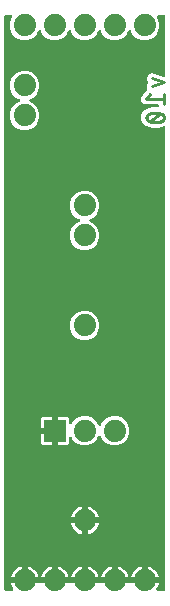
<source format=gbl>
G04 EAGLE Gerber RS-274X export*
G75*
%MOMM*%
%FSLAX34Y34*%
%LPD*%
%INBottom Copper*%
%IPPOS*%
%AMOC8*
5,1,8,0,0,1.08239X$1,22.5*%
G01*
%ADD10C,0.279400*%
%ADD11C,1.879600*%
%ADD12R,1.879600X1.879600*%
%ADD13C,0.736600*%

G36*
X10655Y4070D02*
X10655Y4070D01*
X10695Y4067D01*
X10813Y4090D01*
X10931Y4105D01*
X10968Y4119D01*
X11007Y4127D01*
X11116Y4178D01*
X11227Y4222D01*
X11259Y4245D01*
X11295Y4262D01*
X11387Y4338D01*
X11484Y4408D01*
X11510Y4439D01*
X11540Y4464D01*
X11611Y4561D01*
X11687Y4653D01*
X11704Y4689D01*
X11728Y4722D01*
X11772Y4833D01*
X11823Y4941D01*
X11830Y4980D01*
X11845Y5017D01*
X11860Y5136D01*
X11882Y5253D01*
X11880Y5293D01*
X11885Y5333D01*
X11870Y5452D01*
X11863Y5571D01*
X11850Y5609D01*
X11845Y5648D01*
X11802Y5760D01*
X11765Y5873D01*
X11743Y5907D01*
X11729Y5944D01*
X11643Y6080D01*
X11379Y6443D01*
X10526Y8117D01*
X9945Y9904D01*
X9905Y10161D01*
X20320Y10161D01*
X20438Y10176D01*
X20557Y10183D01*
X20595Y10196D01*
X20635Y10201D01*
X20746Y10244D01*
X20859Y10281D01*
X20893Y10303D01*
X20931Y10318D01*
X21027Y10388D01*
X21128Y10451D01*
X21156Y10481D01*
X21188Y10504D01*
X21264Y10596D01*
X21346Y10683D01*
X21365Y10718D01*
X21391Y10749D01*
X21442Y10857D01*
X21499Y10961D01*
X21510Y11001D01*
X21527Y11037D01*
X21549Y11154D01*
X21579Y11269D01*
X21583Y11330D01*
X21587Y11350D01*
X21585Y11370D01*
X21589Y11430D01*
X21589Y12701D01*
X21591Y12701D01*
X21591Y11430D01*
X21606Y11312D01*
X21613Y11193D01*
X21626Y11155D01*
X21631Y11114D01*
X21675Y11004D01*
X21711Y10891D01*
X21733Y10856D01*
X21748Y10819D01*
X21818Y10723D01*
X21881Y10622D01*
X21911Y10594D01*
X21935Y10561D01*
X22026Y10486D01*
X22113Y10404D01*
X22148Y10384D01*
X22180Y10359D01*
X22287Y10308D01*
X22392Y10250D01*
X22431Y10240D01*
X22467Y10223D01*
X22584Y10201D01*
X22699Y10171D01*
X22760Y10167D01*
X22780Y10163D01*
X22800Y10165D01*
X22860Y10161D01*
X45720Y10161D01*
X45838Y10176D01*
X45957Y10183D01*
X45995Y10196D01*
X46035Y10201D01*
X46146Y10244D01*
X46259Y10281D01*
X46293Y10303D01*
X46331Y10318D01*
X46427Y10388D01*
X46528Y10451D01*
X46556Y10481D01*
X46588Y10504D01*
X46664Y10596D01*
X46746Y10683D01*
X46765Y10718D01*
X46791Y10749D01*
X46842Y10857D01*
X46899Y10961D01*
X46910Y11001D01*
X46927Y11037D01*
X46949Y11154D01*
X46979Y11269D01*
X46983Y11330D01*
X46987Y11350D01*
X46985Y11370D01*
X46989Y11430D01*
X46989Y12701D01*
X46991Y12701D01*
X46991Y11430D01*
X47006Y11312D01*
X47013Y11193D01*
X47026Y11155D01*
X47031Y11114D01*
X47075Y11004D01*
X47111Y10891D01*
X47133Y10856D01*
X47148Y10819D01*
X47218Y10723D01*
X47281Y10622D01*
X47311Y10594D01*
X47335Y10561D01*
X47426Y10486D01*
X47513Y10404D01*
X47548Y10384D01*
X47580Y10359D01*
X47687Y10308D01*
X47792Y10250D01*
X47831Y10240D01*
X47867Y10223D01*
X47984Y10201D01*
X48099Y10171D01*
X48160Y10167D01*
X48180Y10163D01*
X48200Y10165D01*
X48260Y10161D01*
X71120Y10161D01*
X71238Y10176D01*
X71357Y10183D01*
X71395Y10196D01*
X71435Y10201D01*
X71546Y10244D01*
X71659Y10281D01*
X71693Y10303D01*
X71731Y10318D01*
X71827Y10388D01*
X71928Y10451D01*
X71956Y10481D01*
X71988Y10504D01*
X72064Y10596D01*
X72146Y10683D01*
X72165Y10718D01*
X72191Y10749D01*
X72242Y10857D01*
X72299Y10961D01*
X72310Y11001D01*
X72327Y11037D01*
X72349Y11154D01*
X72379Y11269D01*
X72383Y11330D01*
X72387Y11350D01*
X72385Y11370D01*
X72389Y11430D01*
X72389Y12701D01*
X72391Y12701D01*
X72391Y11430D01*
X72406Y11312D01*
X72413Y11193D01*
X72426Y11155D01*
X72431Y11114D01*
X72475Y11004D01*
X72511Y10891D01*
X72533Y10856D01*
X72548Y10819D01*
X72618Y10723D01*
X72681Y10622D01*
X72711Y10594D01*
X72735Y10561D01*
X72826Y10486D01*
X72913Y10404D01*
X72948Y10384D01*
X72980Y10359D01*
X73087Y10308D01*
X73192Y10250D01*
X73231Y10240D01*
X73267Y10223D01*
X73384Y10201D01*
X73499Y10171D01*
X73560Y10167D01*
X73580Y10163D01*
X73600Y10165D01*
X73660Y10161D01*
X96520Y10161D01*
X96638Y10176D01*
X96757Y10183D01*
X96795Y10196D01*
X96835Y10201D01*
X96946Y10244D01*
X97059Y10281D01*
X97093Y10303D01*
X97131Y10318D01*
X97227Y10388D01*
X97328Y10451D01*
X97356Y10481D01*
X97388Y10504D01*
X97464Y10596D01*
X97546Y10683D01*
X97565Y10718D01*
X97591Y10749D01*
X97642Y10857D01*
X97699Y10961D01*
X97710Y11001D01*
X97727Y11037D01*
X97749Y11154D01*
X97779Y11269D01*
X97783Y11330D01*
X97787Y11350D01*
X97785Y11370D01*
X97789Y11430D01*
X97789Y12701D01*
X97791Y12701D01*
X97791Y11430D01*
X97806Y11312D01*
X97813Y11193D01*
X97826Y11155D01*
X97831Y11114D01*
X97875Y11004D01*
X97911Y10891D01*
X97933Y10856D01*
X97948Y10819D01*
X98018Y10723D01*
X98081Y10622D01*
X98111Y10594D01*
X98135Y10561D01*
X98226Y10486D01*
X98313Y10404D01*
X98348Y10384D01*
X98380Y10359D01*
X98487Y10308D01*
X98592Y10250D01*
X98631Y10240D01*
X98667Y10223D01*
X98784Y10201D01*
X98899Y10171D01*
X98960Y10167D01*
X98980Y10163D01*
X99000Y10165D01*
X99060Y10161D01*
X121920Y10161D01*
X122038Y10176D01*
X122157Y10183D01*
X122195Y10196D01*
X122235Y10201D01*
X122346Y10244D01*
X122459Y10281D01*
X122493Y10303D01*
X122531Y10318D01*
X122627Y10388D01*
X122728Y10451D01*
X122756Y10481D01*
X122788Y10504D01*
X122864Y10596D01*
X122946Y10683D01*
X122965Y10718D01*
X122991Y10749D01*
X123042Y10857D01*
X123099Y10961D01*
X123110Y11001D01*
X123127Y11037D01*
X123149Y11154D01*
X123179Y11269D01*
X123183Y11330D01*
X123187Y11350D01*
X123185Y11370D01*
X123189Y11430D01*
X123189Y12701D01*
X123191Y12701D01*
X123191Y11430D01*
X123206Y11312D01*
X123213Y11193D01*
X123226Y11155D01*
X123231Y11114D01*
X123275Y11004D01*
X123311Y10891D01*
X123333Y10856D01*
X123348Y10819D01*
X123418Y10723D01*
X123481Y10622D01*
X123511Y10594D01*
X123535Y10561D01*
X123626Y10486D01*
X123713Y10404D01*
X123748Y10384D01*
X123780Y10359D01*
X123887Y10308D01*
X123992Y10250D01*
X124031Y10240D01*
X124067Y10223D01*
X124184Y10201D01*
X124299Y10171D01*
X124360Y10167D01*
X124380Y10163D01*
X124400Y10165D01*
X124460Y10161D01*
X134875Y10161D01*
X134835Y9904D01*
X134254Y8117D01*
X133401Y6443D01*
X133137Y6080D01*
X133118Y6045D01*
X133093Y6015D01*
X133042Y5906D01*
X132984Y5801D01*
X132974Y5763D01*
X132957Y5727D01*
X132935Y5609D01*
X132905Y5493D01*
X132905Y5454D01*
X132898Y5414D01*
X132905Y5295D01*
X132905Y5175D01*
X132915Y5137D01*
X132917Y5097D01*
X132954Y4983D01*
X132984Y4867D01*
X133003Y4832D01*
X133015Y4795D01*
X133079Y4694D01*
X133137Y4589D01*
X133164Y4559D01*
X133185Y4526D01*
X133273Y4444D01*
X133355Y4357D01*
X133388Y4335D01*
X133417Y4308D01*
X133522Y4250D01*
X133623Y4186D01*
X133661Y4174D01*
X133696Y4154D01*
X133811Y4125D01*
X133925Y4087D01*
X133965Y4085D01*
X134004Y4075D01*
X134164Y4065D01*
X139446Y4065D01*
X139564Y4080D01*
X139683Y4087D01*
X139721Y4100D01*
X139762Y4105D01*
X139872Y4148D01*
X139985Y4185D01*
X140020Y4207D01*
X140057Y4222D01*
X140153Y4291D01*
X140254Y4355D01*
X140282Y4385D01*
X140315Y4408D01*
X140391Y4500D01*
X140472Y4587D01*
X140492Y4622D01*
X140517Y4653D01*
X140568Y4761D01*
X140626Y4865D01*
X140636Y4905D01*
X140653Y4941D01*
X140675Y5058D01*
X140705Y5173D01*
X140709Y5233D01*
X140713Y5253D01*
X140711Y5274D01*
X140715Y5334D01*
X140715Y396348D01*
X140704Y396435D01*
X140703Y396523D01*
X140684Y396592D01*
X140675Y396663D01*
X140643Y396745D01*
X140620Y396830D01*
X140585Y396892D01*
X140558Y396959D01*
X140507Y397030D01*
X140463Y397107D01*
X140413Y397158D01*
X140372Y397216D01*
X140304Y397272D01*
X140242Y397336D01*
X140182Y397373D01*
X140127Y397419D01*
X140047Y397456D01*
X139972Y397503D01*
X139903Y397524D01*
X139839Y397554D01*
X139752Y397571D01*
X139668Y397597D01*
X139597Y397601D01*
X139527Y397614D01*
X139438Y397609D01*
X139350Y397613D01*
X139280Y397599D01*
X139209Y397594D01*
X139125Y397567D01*
X139039Y397550D01*
X138919Y397501D01*
X138907Y397496D01*
X138902Y397493D01*
X138890Y397488D01*
X137720Y396918D01*
X134255Y396119D01*
X134147Y396079D01*
X134075Y396058D01*
X130087Y396058D01*
X130059Y396072D01*
X129994Y396092D01*
X129974Y396101D01*
X129956Y396104D01*
X129905Y396119D01*
X126440Y396918D01*
X126347Y396963D01*
X126218Y397008D01*
X126090Y397056D01*
X126059Y397062D01*
X126046Y397066D01*
X126025Y397067D01*
X125931Y397084D01*
X125596Y397121D01*
X125501Y397240D01*
X125472Y397268D01*
X125448Y397302D01*
X125358Y397379D01*
X125273Y397461D01*
X125237Y397482D01*
X125206Y397508D01*
X125066Y397588D01*
X125037Y397602D01*
X125033Y397603D01*
X125001Y397617D01*
X124997Y397619D01*
X124992Y397620D01*
X124893Y397662D01*
X122945Y398330D01*
X120141Y402255D01*
X120141Y407079D01*
X122945Y411004D01*
X124893Y411672D01*
X124897Y411674D01*
X125037Y411731D01*
X126440Y412415D01*
X129905Y413215D01*
X130013Y413254D01*
X130085Y413275D01*
X133858Y413275D01*
X133976Y413290D01*
X134095Y413297D01*
X134133Y413310D01*
X134174Y413315D01*
X134284Y413359D01*
X134397Y413395D01*
X134432Y413417D01*
X134469Y413432D01*
X134565Y413502D01*
X134666Y413566D01*
X134694Y413595D01*
X134727Y413619D01*
X134803Y413711D01*
X134884Y413797D01*
X134904Y413833D01*
X134929Y413864D01*
X134980Y413971D01*
X135038Y414076D01*
X135048Y414115D01*
X135065Y414152D01*
X135087Y414268D01*
X135117Y414384D01*
X135121Y414444D01*
X135125Y414464D01*
X135123Y414484D01*
X135125Y414502D01*
X135125Y414503D01*
X135127Y414544D01*
X135127Y414583D01*
X135112Y414701D01*
X135105Y414820D01*
X135092Y414858D01*
X135087Y414898D01*
X135044Y415009D01*
X135007Y415122D01*
X134985Y415156D01*
X134970Y415194D01*
X134901Y415290D01*
X134837Y415391D01*
X134807Y415419D01*
X134784Y415451D01*
X134692Y415527D01*
X134605Y415609D01*
X134570Y415628D01*
X134539Y415654D01*
X134431Y415705D01*
X134327Y415762D01*
X134287Y415773D01*
X134251Y415790D01*
X134134Y415812D01*
X134019Y415842D01*
X133959Y415846D01*
X133939Y415850D01*
X133918Y415848D01*
X133858Y415852D01*
X124903Y415852D01*
X124889Y415850D01*
X124763Y415844D01*
X123215Y415672D01*
X123104Y415740D01*
X123076Y415748D01*
X123051Y415762D01*
X122925Y415795D01*
X122800Y415833D01*
X122771Y415835D01*
X122760Y415837D01*
X121667Y416930D01*
X121656Y416939D01*
X121563Y417024D01*
X120346Y417998D01*
X120315Y418124D01*
X120302Y418149D01*
X120294Y418177D01*
X120228Y418289D01*
X120167Y418405D01*
X120147Y418426D01*
X120141Y418436D01*
X120141Y419981D01*
X120139Y419996D01*
X120134Y420122D01*
X119961Y421670D01*
X120029Y421781D01*
X120038Y421809D01*
X120052Y421834D01*
X120084Y421960D01*
X120122Y422085D01*
X120124Y422114D01*
X120127Y422125D01*
X121220Y423218D01*
X121229Y423229D01*
X121313Y423322D01*
X125226Y428213D01*
X125264Y428276D01*
X125311Y428333D01*
X125347Y428411D01*
X125392Y428484D01*
X125414Y428555D01*
X125444Y428622D01*
X125460Y428706D01*
X125485Y428788D01*
X125489Y428862D01*
X125502Y428934D01*
X125496Y429020D01*
X125500Y429106D01*
X125485Y429178D01*
X125480Y429252D01*
X125439Y429407D01*
X124782Y431377D01*
X125993Y433798D01*
X126003Y433826D01*
X126018Y433852D01*
X126038Y433919D01*
X126052Y433948D01*
X126060Y433988D01*
X126099Y434098D01*
X126101Y434128D01*
X126110Y434157D01*
X126115Y434286D01*
X126126Y434415D01*
X126121Y434444D01*
X126123Y434474D01*
X126095Y434601D01*
X126074Y434729D01*
X126062Y434756D01*
X126056Y434785D01*
X125993Y434934D01*
X124782Y437355D01*
X125947Y440849D01*
X129241Y442496D01*
X139045Y439228D01*
X139049Y439227D01*
X139053Y439225D01*
X139203Y439197D01*
X139357Y439166D01*
X139361Y439167D01*
X139366Y439166D01*
X139518Y439175D01*
X139674Y439184D01*
X139678Y439185D01*
X139683Y439185D01*
X139829Y439233D01*
X139977Y439280D01*
X139981Y439282D01*
X139985Y439283D01*
X140116Y439366D01*
X140247Y439448D01*
X140250Y439451D01*
X140254Y439454D01*
X140360Y439566D01*
X140467Y439678D01*
X140469Y439682D01*
X140472Y439685D01*
X140546Y439819D01*
X140622Y439955D01*
X140623Y439960D01*
X140626Y439964D01*
X140664Y440111D01*
X140704Y440263D01*
X140704Y440267D01*
X140705Y440272D01*
X140715Y440432D01*
X140715Y489966D01*
X140700Y490084D01*
X140693Y490203D01*
X140680Y490241D01*
X140675Y490282D01*
X140632Y490392D01*
X140595Y490505D01*
X140573Y490540D01*
X140558Y490577D01*
X140489Y490673D01*
X140425Y490774D01*
X140395Y490802D01*
X140372Y490835D01*
X140280Y490911D01*
X140193Y490992D01*
X140158Y491012D01*
X140127Y491037D01*
X140019Y491088D01*
X139915Y491146D01*
X139875Y491156D01*
X139839Y491173D01*
X139722Y491195D01*
X139607Y491225D01*
X139547Y491229D01*
X139527Y491233D01*
X139506Y491231D01*
X139446Y491235D01*
X134985Y491235D01*
X134936Y491229D01*
X134886Y491231D01*
X134779Y491209D01*
X134669Y491195D01*
X134623Y491177D01*
X134575Y491167D01*
X134476Y491119D01*
X134374Y491078D01*
X134334Y491049D01*
X134289Y491027D01*
X134205Y490956D01*
X134116Y490892D01*
X134085Y490853D01*
X134047Y490821D01*
X133984Y490731D01*
X133914Y490647D01*
X133892Y490602D01*
X133864Y490561D01*
X133825Y490458D01*
X133778Y490359D01*
X133769Y490310D01*
X133751Y490264D01*
X133739Y490154D01*
X133718Y490047D01*
X133721Y489997D01*
X133716Y489948D01*
X133731Y489839D01*
X133738Y489729D01*
X133753Y489682D01*
X133760Y489633D01*
X133812Y489480D01*
X135637Y485076D01*
X135637Y480124D01*
X133742Y475550D01*
X130240Y472048D01*
X125666Y470153D01*
X120714Y470153D01*
X116140Y472048D01*
X112638Y475550D01*
X111663Y477905D01*
X111594Y478025D01*
X111529Y478148D01*
X111515Y478163D01*
X111505Y478181D01*
X111408Y478281D01*
X111315Y478384D01*
X111298Y478395D01*
X111284Y478409D01*
X111165Y478482D01*
X111049Y478558D01*
X111030Y478565D01*
X111013Y478576D01*
X110880Y478616D01*
X110748Y478662D01*
X110728Y478663D01*
X110709Y478669D01*
X110570Y478676D01*
X110431Y478687D01*
X110411Y478683D01*
X110391Y478684D01*
X110255Y478656D01*
X110118Y478632D01*
X110099Y478624D01*
X110080Y478620D01*
X109954Y478559D01*
X109828Y478502D01*
X109812Y478489D01*
X109794Y478480D01*
X109688Y478390D01*
X109580Y478303D01*
X109567Y478287D01*
X109552Y478274D01*
X109472Y478160D01*
X109388Y478049D01*
X109376Y478024D01*
X109369Y478014D01*
X109362Y477995D01*
X109317Y477905D01*
X108342Y475550D01*
X104840Y472048D01*
X100266Y470153D01*
X95314Y470153D01*
X90740Y472048D01*
X87238Y475550D01*
X86263Y477905D01*
X86194Y478025D01*
X86129Y478148D01*
X86115Y478163D01*
X86105Y478181D01*
X86008Y478281D01*
X85915Y478384D01*
X85898Y478395D01*
X85884Y478409D01*
X85765Y478482D01*
X85649Y478558D01*
X85630Y478565D01*
X85613Y478576D01*
X85480Y478616D01*
X85348Y478662D01*
X85328Y478663D01*
X85309Y478669D01*
X85170Y478676D01*
X85031Y478687D01*
X85011Y478683D01*
X84991Y478684D01*
X84855Y478656D01*
X84718Y478632D01*
X84699Y478624D01*
X84680Y478620D01*
X84554Y478559D01*
X84428Y478502D01*
X84412Y478489D01*
X84394Y478480D01*
X84288Y478390D01*
X84180Y478303D01*
X84167Y478287D01*
X84152Y478274D01*
X84072Y478160D01*
X83988Y478049D01*
X83976Y478024D01*
X83969Y478014D01*
X83962Y477995D01*
X83917Y477905D01*
X82942Y475550D01*
X79440Y472048D01*
X74866Y470153D01*
X69914Y470153D01*
X65340Y472048D01*
X61838Y475550D01*
X60863Y477905D01*
X60794Y478025D01*
X60729Y478148D01*
X60715Y478163D01*
X60705Y478181D01*
X60608Y478281D01*
X60515Y478384D01*
X60498Y478395D01*
X60484Y478409D01*
X60365Y478482D01*
X60249Y478558D01*
X60230Y478565D01*
X60213Y478576D01*
X60080Y478616D01*
X59948Y478662D01*
X59928Y478663D01*
X59909Y478669D01*
X59770Y478676D01*
X59631Y478687D01*
X59611Y478683D01*
X59591Y478684D01*
X59455Y478656D01*
X59318Y478632D01*
X59299Y478624D01*
X59280Y478620D01*
X59154Y478559D01*
X59028Y478502D01*
X59012Y478489D01*
X58994Y478480D01*
X58888Y478390D01*
X58780Y478303D01*
X58767Y478287D01*
X58752Y478274D01*
X58672Y478160D01*
X58588Y478049D01*
X58576Y478024D01*
X58569Y478014D01*
X58562Y477995D01*
X58517Y477905D01*
X57542Y475550D01*
X54040Y472048D01*
X49466Y470153D01*
X44514Y470153D01*
X39940Y472048D01*
X36438Y475550D01*
X35463Y477905D01*
X35394Y478025D01*
X35329Y478148D01*
X35315Y478163D01*
X35305Y478181D01*
X35208Y478281D01*
X35115Y478384D01*
X35098Y478395D01*
X35084Y478409D01*
X34965Y478482D01*
X34849Y478558D01*
X34830Y478565D01*
X34813Y478576D01*
X34680Y478616D01*
X34548Y478662D01*
X34528Y478663D01*
X34509Y478669D01*
X34370Y478676D01*
X34231Y478687D01*
X34211Y478683D01*
X34191Y478684D01*
X34055Y478656D01*
X33918Y478632D01*
X33899Y478624D01*
X33880Y478620D01*
X33754Y478559D01*
X33628Y478502D01*
X33612Y478489D01*
X33594Y478480D01*
X33488Y478390D01*
X33380Y478303D01*
X33367Y478287D01*
X33352Y478274D01*
X33272Y478160D01*
X33188Y478049D01*
X33176Y478024D01*
X33169Y478014D01*
X33162Y477995D01*
X33117Y477905D01*
X32142Y475550D01*
X28640Y472048D01*
X24066Y470153D01*
X19114Y470153D01*
X14540Y472048D01*
X11038Y475550D01*
X9143Y480124D01*
X9143Y485076D01*
X10968Y489480D01*
X10981Y489528D01*
X11002Y489573D01*
X11023Y489681D01*
X11052Y489787D01*
X11052Y489837D01*
X11062Y489886D01*
X11055Y489995D01*
X11057Y490105D01*
X11045Y490153D01*
X11042Y490203D01*
X11008Y490307D01*
X10983Y490414D01*
X10959Y490458D01*
X10944Y490505D01*
X10885Y490598D01*
X10834Y490695D01*
X10800Y490732D01*
X10774Y490774D01*
X10694Y490849D01*
X10620Y490931D01*
X10578Y490958D01*
X10542Y490992D01*
X10446Y491045D01*
X10354Y491105D01*
X10307Y491122D01*
X10264Y491146D01*
X10157Y491173D01*
X10053Y491209D01*
X10004Y491213D01*
X9956Y491225D01*
X9795Y491235D01*
X5334Y491235D01*
X5216Y491220D01*
X5097Y491213D01*
X5059Y491200D01*
X5018Y491195D01*
X4908Y491152D01*
X4795Y491115D01*
X4760Y491093D01*
X4723Y491078D01*
X4627Y491009D01*
X4526Y490945D01*
X4498Y490915D01*
X4465Y490892D01*
X4389Y490800D01*
X4308Y490713D01*
X4288Y490678D01*
X4263Y490647D01*
X4212Y490539D01*
X4154Y490435D01*
X4144Y490395D01*
X4127Y490359D01*
X4105Y490242D01*
X4075Y490127D01*
X4071Y490067D01*
X4067Y490047D01*
X4069Y490026D01*
X4065Y489966D01*
X4065Y5334D01*
X4080Y5216D01*
X4087Y5097D01*
X4100Y5059D01*
X4105Y5018D01*
X4148Y4908D01*
X4185Y4795D01*
X4207Y4760D01*
X4222Y4723D01*
X4291Y4627D01*
X4355Y4526D01*
X4385Y4498D01*
X4408Y4465D01*
X4500Y4389D01*
X4587Y4308D01*
X4622Y4288D01*
X4653Y4263D01*
X4761Y4212D01*
X4865Y4154D01*
X4905Y4144D01*
X4941Y4127D01*
X5058Y4105D01*
X5173Y4075D01*
X5233Y4071D01*
X5253Y4067D01*
X5274Y4069D01*
X5334Y4065D01*
X10616Y4065D01*
X10655Y4070D01*
G37*
%LPC*%
G36*
X69914Y127103D02*
X69914Y127103D01*
X65340Y128998D01*
X61838Y132499D01*
X61371Y133628D01*
X61336Y133689D01*
X61310Y133754D01*
X61258Y133826D01*
X61213Y133905D01*
X61165Y133955D01*
X61124Y134011D01*
X61054Y134068D01*
X60992Y134133D01*
X60932Y134169D01*
X60879Y134214D01*
X60797Y134252D01*
X60721Y134299D01*
X60654Y134320D01*
X60591Y134349D01*
X60503Y134366D01*
X60417Y134393D01*
X60347Y134396D01*
X60278Y134409D01*
X60189Y134404D01*
X60099Y134408D01*
X60031Y134394D01*
X59961Y134390D01*
X59876Y134362D01*
X59788Y134344D01*
X59725Y134313D01*
X59659Y134291D01*
X59583Y134243D01*
X59502Y134204D01*
X59449Y134159D01*
X59390Y134121D01*
X59328Y134056D01*
X59260Y133998D01*
X59220Y133941D01*
X59172Y133890D01*
X59129Y133811D01*
X59077Y133738D01*
X59052Y133672D01*
X59018Y133611D01*
X58996Y133524D01*
X58964Y133440D01*
X58956Y133371D01*
X58939Y133303D01*
X58929Y133143D01*
X58929Y129818D01*
X58756Y129171D01*
X58421Y128592D01*
X57948Y128119D01*
X57369Y127784D01*
X56722Y127611D01*
X49529Y127611D01*
X49529Y138280D01*
X49514Y138398D01*
X49507Y138517D01*
X49494Y138555D01*
X49489Y138595D01*
X49446Y138706D01*
X49409Y138819D01*
X49387Y138853D01*
X49372Y138891D01*
X49302Y138987D01*
X49239Y139088D01*
X49209Y139116D01*
X49185Y139148D01*
X49094Y139224D01*
X49007Y139306D01*
X48972Y139325D01*
X48941Y139351D01*
X48833Y139402D01*
X48729Y139459D01*
X48689Y139470D01*
X48653Y139487D01*
X48536Y139509D01*
X48421Y139539D01*
X48360Y139543D01*
X48340Y139547D01*
X48320Y139545D01*
X48260Y139549D01*
X46989Y139549D01*
X46989Y139551D01*
X48260Y139551D01*
X48378Y139566D01*
X48497Y139573D01*
X48535Y139586D01*
X48575Y139591D01*
X48686Y139635D01*
X48799Y139671D01*
X48834Y139693D01*
X48871Y139708D01*
X48967Y139778D01*
X49068Y139841D01*
X49096Y139871D01*
X49129Y139895D01*
X49204Y139986D01*
X49286Y140073D01*
X49306Y140108D01*
X49331Y140140D01*
X49382Y140247D01*
X49440Y140352D01*
X49450Y140391D01*
X49467Y140427D01*
X49489Y140544D01*
X49519Y140659D01*
X49523Y140720D01*
X49527Y140740D01*
X49525Y140760D01*
X49529Y140820D01*
X49529Y151489D01*
X56722Y151489D01*
X57369Y151316D01*
X57948Y150981D01*
X58421Y150508D01*
X58756Y149929D01*
X58929Y149282D01*
X58929Y145957D01*
X58937Y145888D01*
X58936Y145818D01*
X58957Y145731D01*
X58969Y145642D01*
X58994Y145577D01*
X59011Y145509D01*
X59053Y145430D01*
X59086Y145346D01*
X59127Y145290D01*
X59159Y145228D01*
X59220Y145162D01*
X59272Y145089D01*
X59326Y145044D01*
X59373Y144993D01*
X59448Y144943D01*
X59517Y144886D01*
X59581Y144856D01*
X59639Y144818D01*
X59724Y144789D01*
X59805Y144751D01*
X59874Y144737D01*
X59940Y144715D01*
X60029Y144708D01*
X60117Y144691D01*
X60187Y144695D01*
X60257Y144690D01*
X60345Y144705D01*
X60435Y144710D01*
X60501Y144732D01*
X60570Y144744D01*
X60652Y144781D01*
X60737Y144809D01*
X60796Y144846D01*
X60860Y144875D01*
X60930Y144931D01*
X61006Y144979D01*
X61054Y145029D01*
X61108Y145073D01*
X61163Y145145D01*
X61224Y145210D01*
X61258Y145271D01*
X61300Y145327D01*
X61371Y145472D01*
X61838Y146601D01*
X65340Y150102D01*
X69914Y151997D01*
X74866Y151997D01*
X79440Y150102D01*
X82942Y146600D01*
X83917Y144245D01*
X83986Y144125D01*
X84051Y144002D01*
X84065Y143987D01*
X84075Y143969D01*
X84172Y143869D01*
X84265Y143766D01*
X84282Y143755D01*
X84296Y143741D01*
X84414Y143668D01*
X84531Y143592D01*
X84550Y143585D01*
X84567Y143574D01*
X84700Y143534D01*
X84832Y143488D01*
X84852Y143487D01*
X84871Y143481D01*
X85010Y143474D01*
X85149Y143463D01*
X85169Y143467D01*
X85189Y143466D01*
X85325Y143494D01*
X85462Y143518D01*
X85481Y143526D01*
X85500Y143530D01*
X85625Y143591D01*
X85752Y143648D01*
X85768Y143661D01*
X85786Y143670D01*
X85892Y143760D01*
X86000Y143847D01*
X86013Y143863D01*
X86028Y143876D01*
X86108Y143990D01*
X86192Y144101D01*
X86204Y144126D01*
X86211Y144136D01*
X86218Y144155D01*
X86263Y144245D01*
X87238Y146600D01*
X90740Y150102D01*
X95314Y151997D01*
X100266Y151997D01*
X104840Y150102D01*
X108342Y146600D01*
X110237Y142026D01*
X110237Y137074D01*
X108342Y132500D01*
X104840Y128998D01*
X100266Y127103D01*
X95314Y127103D01*
X90740Y128998D01*
X87238Y132500D01*
X86263Y134855D01*
X86194Y134975D01*
X86129Y135098D01*
X86115Y135113D01*
X86105Y135131D01*
X86008Y135231D01*
X85915Y135334D01*
X85898Y135345D01*
X85884Y135359D01*
X85765Y135432D01*
X85649Y135508D01*
X85630Y135515D01*
X85613Y135526D01*
X85480Y135566D01*
X85348Y135612D01*
X85328Y135613D01*
X85309Y135619D01*
X85170Y135626D01*
X85031Y135637D01*
X85011Y135633D01*
X84991Y135634D01*
X84855Y135606D01*
X84718Y135582D01*
X84699Y135574D01*
X84680Y135570D01*
X84554Y135509D01*
X84428Y135452D01*
X84412Y135439D01*
X84394Y135430D01*
X84288Y135340D01*
X84180Y135253D01*
X84167Y135237D01*
X84152Y135224D01*
X84072Y135110D01*
X83988Y134999D01*
X83976Y134974D01*
X83969Y134964D01*
X83962Y134945D01*
X83917Y134855D01*
X82942Y132500D01*
X79440Y128998D01*
X74866Y127103D01*
X69914Y127103D01*
G37*
%LPD*%
%LPC*%
G36*
X69914Y292353D02*
X69914Y292353D01*
X65340Y294248D01*
X61838Y297750D01*
X59943Y302324D01*
X59943Y307276D01*
X61838Y311850D01*
X65340Y315352D01*
X67695Y316327D01*
X67815Y316396D01*
X67938Y316461D01*
X67953Y316475D01*
X67971Y316485D01*
X68071Y316582D01*
X68174Y316675D01*
X68185Y316692D01*
X68199Y316706D01*
X68272Y316825D01*
X68348Y316941D01*
X68355Y316960D01*
X68366Y316977D01*
X68406Y317110D01*
X68452Y317242D01*
X68453Y317262D01*
X68459Y317281D01*
X68466Y317420D01*
X68477Y317559D01*
X68473Y317579D01*
X68474Y317599D01*
X68446Y317735D01*
X68422Y317872D01*
X68414Y317891D01*
X68410Y317910D01*
X68349Y318036D01*
X68292Y318162D01*
X68279Y318178D01*
X68270Y318196D01*
X68180Y318302D01*
X68093Y318410D01*
X68077Y318423D01*
X68064Y318438D01*
X67950Y318518D01*
X67839Y318602D01*
X67814Y318614D01*
X67804Y318621D01*
X67785Y318628D01*
X67695Y318673D01*
X65340Y319648D01*
X61838Y323150D01*
X59943Y327724D01*
X59943Y332676D01*
X61838Y337250D01*
X65340Y340752D01*
X69914Y342647D01*
X74866Y342647D01*
X79440Y340752D01*
X82942Y337250D01*
X84837Y332676D01*
X84837Y327724D01*
X82942Y323150D01*
X79440Y319648D01*
X77085Y318673D01*
X76965Y318604D01*
X76842Y318539D01*
X76827Y318525D01*
X76809Y318515D01*
X76709Y318418D01*
X76606Y318325D01*
X76595Y318308D01*
X76581Y318294D01*
X76508Y318176D01*
X76432Y318059D01*
X76425Y318040D01*
X76414Y318023D01*
X76374Y317890D01*
X76328Y317758D01*
X76327Y317738D01*
X76321Y317719D01*
X76314Y317580D01*
X76303Y317441D01*
X76307Y317421D01*
X76306Y317401D01*
X76334Y317265D01*
X76358Y317128D01*
X76366Y317109D01*
X76370Y317090D01*
X76431Y316965D01*
X76488Y316838D01*
X76501Y316822D01*
X76510Y316804D01*
X76600Y316698D01*
X76687Y316590D01*
X76703Y316577D01*
X76716Y316562D01*
X76830Y316482D01*
X76941Y316398D01*
X76966Y316386D01*
X76976Y316379D01*
X76995Y316372D01*
X77085Y316327D01*
X79440Y315352D01*
X82942Y311850D01*
X84837Y307276D01*
X84837Y302324D01*
X82942Y297750D01*
X79440Y294248D01*
X74866Y292353D01*
X69914Y292353D01*
G37*
%LPD*%
%LPC*%
G36*
X19114Y393953D02*
X19114Y393953D01*
X14540Y395848D01*
X11038Y399350D01*
X9143Y403924D01*
X9143Y408876D01*
X11038Y413450D01*
X14540Y416952D01*
X16895Y417927D01*
X17015Y417996D01*
X17138Y418061D01*
X17153Y418075D01*
X17171Y418085D01*
X17271Y418182D01*
X17374Y418275D01*
X17385Y418292D01*
X17399Y418306D01*
X17472Y418424D01*
X17548Y418541D01*
X17555Y418560D01*
X17566Y418577D01*
X17606Y418710D01*
X17652Y418842D01*
X17653Y418862D01*
X17659Y418881D01*
X17666Y419020D01*
X17677Y419159D01*
X17673Y419179D01*
X17674Y419199D01*
X17646Y419335D01*
X17622Y419472D01*
X17614Y419491D01*
X17610Y419510D01*
X17549Y419635D01*
X17492Y419762D01*
X17479Y419778D01*
X17470Y419796D01*
X17380Y419902D01*
X17293Y420010D01*
X17277Y420023D01*
X17264Y420038D01*
X17156Y420114D01*
X17133Y420136D01*
X17110Y420148D01*
X17039Y420202D01*
X17014Y420214D01*
X17004Y420221D01*
X16985Y420228D01*
X16895Y420273D01*
X14540Y421248D01*
X11038Y424750D01*
X9143Y429324D01*
X9143Y434276D01*
X11038Y438850D01*
X14540Y442352D01*
X19114Y444247D01*
X24066Y444247D01*
X28640Y442352D01*
X32142Y438850D01*
X34037Y434276D01*
X34037Y429324D01*
X32142Y424750D01*
X28640Y421248D01*
X26285Y420273D01*
X26227Y420239D01*
X26183Y420222D01*
X26140Y420191D01*
X26042Y420139D01*
X26027Y420125D01*
X26009Y420115D01*
X25930Y420038D01*
X25925Y420035D01*
X25921Y420030D01*
X25909Y420018D01*
X25806Y419925D01*
X25795Y419908D01*
X25781Y419894D01*
X25708Y419775D01*
X25632Y419659D01*
X25625Y419640D01*
X25614Y419623D01*
X25574Y419490D01*
X25528Y419358D01*
X25527Y419338D01*
X25521Y419319D01*
X25514Y419180D01*
X25503Y419041D01*
X25507Y419021D01*
X25506Y419001D01*
X25534Y418865D01*
X25558Y418728D01*
X25566Y418709D01*
X25570Y418690D01*
X25631Y418564D01*
X25688Y418438D01*
X25701Y418422D01*
X25710Y418404D01*
X25800Y418298D01*
X25887Y418190D01*
X25903Y418177D01*
X25916Y418162D01*
X26030Y418082D01*
X26141Y417998D01*
X26166Y417986D01*
X26176Y417979D01*
X26195Y417972D01*
X26285Y417927D01*
X28640Y416952D01*
X32142Y413450D01*
X34037Y408876D01*
X34037Y403924D01*
X32142Y399350D01*
X28640Y395848D01*
X24066Y393953D01*
X19114Y393953D01*
G37*
%LPD*%
%LPC*%
G36*
X69914Y216153D02*
X69914Y216153D01*
X65340Y218048D01*
X61838Y221550D01*
X59943Y226124D01*
X59943Y231076D01*
X61838Y235650D01*
X65340Y239152D01*
X69914Y241047D01*
X74866Y241047D01*
X79440Y239152D01*
X82942Y235650D01*
X84837Y231076D01*
X84837Y226124D01*
X82942Y221550D01*
X79440Y218048D01*
X74866Y216153D01*
X69914Y216153D01*
G37*
%LPD*%
%LPC*%
G36*
X35051Y142089D02*
X35051Y142089D01*
X35051Y149282D01*
X35224Y149929D01*
X35559Y150508D01*
X36032Y150981D01*
X36611Y151316D01*
X37258Y151489D01*
X44451Y151489D01*
X44451Y142089D01*
X35051Y142089D01*
G37*
%LPD*%
%LPC*%
G36*
X37258Y127611D02*
X37258Y127611D01*
X36611Y127784D01*
X36032Y128119D01*
X35559Y128592D01*
X35224Y129171D01*
X35051Y129818D01*
X35051Y137011D01*
X44451Y137011D01*
X44451Y127611D01*
X37258Y127611D01*
G37*
%LPD*%
%LPC*%
G36*
X74929Y15239D02*
X74929Y15239D01*
X74929Y24385D01*
X75186Y24345D01*
X76973Y23764D01*
X78647Y22911D01*
X80168Y21806D01*
X81496Y20478D01*
X82601Y18957D01*
X83454Y17283D01*
X83883Y15963D01*
X83917Y15891D01*
X83941Y15815D01*
X83984Y15748D01*
X84018Y15675D01*
X84069Y15614D01*
X84112Y15547D01*
X84170Y15492D01*
X84221Y15430D01*
X84285Y15383D01*
X84343Y15329D01*
X84414Y15290D01*
X84478Y15243D01*
X84488Y15239D01*
X74929Y15239D01*
G37*
%LPD*%
%LPC*%
G36*
X24129Y15239D02*
X24129Y15239D01*
X24129Y24385D01*
X24386Y24345D01*
X26173Y23764D01*
X27847Y22911D01*
X29368Y21806D01*
X30696Y20478D01*
X31801Y18957D01*
X32654Y17283D01*
X33083Y15963D01*
X33117Y15891D01*
X33141Y15815D01*
X33184Y15748D01*
X33218Y15675D01*
X33269Y15614D01*
X33312Y15547D01*
X33370Y15492D01*
X33421Y15430D01*
X33485Y15383D01*
X33543Y15329D01*
X33613Y15290D01*
X33678Y15243D01*
X33688Y15239D01*
X24129Y15239D01*
G37*
%LPD*%
%LPC*%
G36*
X49529Y15239D02*
X49529Y15239D01*
X49529Y24385D01*
X49786Y24345D01*
X51573Y23764D01*
X53247Y22911D01*
X54768Y21806D01*
X56096Y20478D01*
X57201Y18957D01*
X58054Y17283D01*
X58483Y15963D01*
X58517Y15891D01*
X58541Y15815D01*
X58584Y15748D01*
X58618Y15675D01*
X58669Y15614D01*
X58712Y15547D01*
X58770Y15492D01*
X58821Y15430D01*
X58885Y15383D01*
X58943Y15329D01*
X59013Y15290D01*
X59078Y15243D01*
X59088Y15239D01*
X49529Y15239D01*
G37*
%LPD*%
%LPC*%
G36*
X100329Y15239D02*
X100329Y15239D01*
X100329Y24385D01*
X100586Y24345D01*
X102373Y23764D01*
X104047Y22911D01*
X105568Y21806D01*
X106896Y20478D01*
X108001Y18957D01*
X108854Y17283D01*
X109283Y15963D01*
X109317Y15891D01*
X109341Y15815D01*
X109384Y15748D01*
X109418Y15675D01*
X109469Y15614D01*
X109512Y15547D01*
X109570Y15492D01*
X109621Y15430D01*
X109685Y15383D01*
X109743Y15329D01*
X109813Y15290D01*
X109878Y15243D01*
X109888Y15239D01*
X100329Y15239D01*
G37*
%LPD*%
%LPC*%
G36*
X34892Y15239D02*
X34892Y15239D01*
X34901Y15243D01*
X34965Y15289D01*
X35035Y15328D01*
X35093Y15382D01*
X35158Y15429D01*
X35209Y15491D01*
X35267Y15545D01*
X35310Y15613D01*
X35361Y15674D01*
X35395Y15746D01*
X35438Y15813D01*
X35496Y15961D01*
X35497Y15962D01*
X35497Y15963D01*
X35926Y17283D01*
X36779Y18957D01*
X37884Y20478D01*
X39212Y21806D01*
X40733Y22911D01*
X42407Y23764D01*
X44194Y24345D01*
X44451Y24385D01*
X44451Y15239D01*
X34892Y15239D01*
G37*
%LPD*%
%LPC*%
G36*
X60292Y15239D02*
X60292Y15239D01*
X60301Y15243D01*
X60365Y15289D01*
X60435Y15328D01*
X60493Y15382D01*
X60558Y15429D01*
X60609Y15491D01*
X60667Y15545D01*
X60710Y15613D01*
X60761Y15674D01*
X60795Y15746D01*
X60838Y15813D01*
X60896Y15961D01*
X60897Y15962D01*
X60897Y15963D01*
X61326Y17283D01*
X62179Y18957D01*
X63284Y20478D01*
X64612Y21806D01*
X66133Y22911D01*
X67807Y23764D01*
X69594Y24345D01*
X69851Y24385D01*
X69851Y15239D01*
X60292Y15239D01*
G37*
%LPD*%
%LPC*%
G36*
X111092Y15239D02*
X111092Y15239D01*
X111101Y15243D01*
X111165Y15289D01*
X111235Y15328D01*
X111293Y15382D01*
X111358Y15429D01*
X111409Y15491D01*
X111467Y15545D01*
X111510Y15613D01*
X111561Y15674D01*
X111595Y15746D01*
X111638Y15813D01*
X111696Y15960D01*
X111697Y15962D01*
X111697Y15963D01*
X112126Y17283D01*
X112979Y18957D01*
X114084Y20478D01*
X115412Y21806D01*
X116933Y22911D01*
X118607Y23764D01*
X120394Y24345D01*
X120651Y24385D01*
X120651Y15239D01*
X111092Y15239D01*
G37*
%LPD*%
%LPC*%
G36*
X85692Y15239D02*
X85692Y15239D01*
X85701Y15243D01*
X85765Y15289D01*
X85835Y15328D01*
X85893Y15382D01*
X85958Y15429D01*
X86009Y15491D01*
X86067Y15545D01*
X86110Y15613D01*
X86161Y15674D01*
X86195Y15746D01*
X86238Y15813D01*
X86296Y15960D01*
X86297Y15962D01*
X86297Y15963D01*
X86726Y17283D01*
X87579Y18957D01*
X88684Y20478D01*
X90012Y21806D01*
X91533Y22911D01*
X93207Y23764D01*
X94994Y24345D01*
X95251Y24385D01*
X95251Y15239D01*
X85692Y15239D01*
G37*
%LPD*%
%LPC*%
G36*
X74929Y66039D02*
X74929Y66039D01*
X74929Y75185D01*
X75186Y75145D01*
X76973Y74564D01*
X78647Y73711D01*
X80168Y72606D01*
X81496Y71278D01*
X82601Y69757D01*
X83454Y68083D01*
X84035Y66296D01*
X84075Y66039D01*
X74929Y66039D01*
G37*
%LPD*%
%LPC*%
G36*
X125729Y15239D02*
X125729Y15239D01*
X125729Y24385D01*
X125986Y24345D01*
X127773Y23764D01*
X129447Y22911D01*
X130968Y21806D01*
X132296Y20478D01*
X133401Y18957D01*
X134254Y17283D01*
X134835Y15496D01*
X134875Y15239D01*
X125729Y15239D01*
G37*
%LPD*%
%LPC*%
G36*
X60705Y66039D02*
X60705Y66039D01*
X60745Y66296D01*
X61326Y68083D01*
X62179Y69757D01*
X63284Y71278D01*
X64612Y72606D01*
X66133Y73711D01*
X67807Y74564D01*
X69594Y75145D01*
X69851Y75185D01*
X69851Y66039D01*
X60705Y66039D01*
G37*
%LPD*%
%LPC*%
G36*
X74929Y60961D02*
X74929Y60961D01*
X84075Y60961D01*
X84035Y60704D01*
X83454Y58917D01*
X82601Y57243D01*
X81496Y55722D01*
X80168Y54394D01*
X78647Y53289D01*
X76973Y52436D01*
X75186Y51855D01*
X74929Y51815D01*
X74929Y60961D01*
G37*
%LPD*%
%LPC*%
G36*
X9905Y15239D02*
X9905Y15239D01*
X9945Y15496D01*
X10526Y17283D01*
X11379Y18957D01*
X12484Y20478D01*
X13812Y21806D01*
X15333Y22911D01*
X17007Y23764D01*
X18794Y24345D01*
X19051Y24385D01*
X19051Y15239D01*
X9905Y15239D01*
G37*
%LPD*%
%LPC*%
G36*
X69594Y51855D02*
X69594Y51855D01*
X67807Y52436D01*
X66133Y53289D01*
X64612Y54394D01*
X63284Y55722D01*
X62179Y57243D01*
X61326Y58917D01*
X60745Y60704D01*
X60705Y60961D01*
X69851Y60961D01*
X69851Y51815D01*
X69594Y51855D01*
G37*
%LPD*%
%LPC*%
G36*
X72389Y63499D02*
X72389Y63499D01*
X72389Y63501D01*
X72391Y63501D01*
X72391Y63499D01*
X72389Y63499D01*
G37*
%LPD*%
D10*
X129582Y437696D02*
X139573Y434366D01*
X129582Y431036D01*
X127917Y424461D02*
X124587Y420298D01*
X139573Y420298D01*
X139573Y424461D02*
X139573Y416135D01*
X132080Y408830D02*
X131785Y408826D01*
X131491Y408816D01*
X131196Y408798D01*
X130902Y408774D01*
X130609Y408742D01*
X130317Y408704D01*
X130026Y408658D01*
X129736Y408605D01*
X129447Y408546D01*
X129160Y408480D01*
X128874Y408407D01*
X128590Y408327D01*
X128308Y408240D01*
X128029Y408147D01*
X127751Y408047D01*
X127477Y407940D01*
X127204Y407827D01*
X126935Y407707D01*
X126668Y407581D01*
X126565Y407543D01*
X126464Y407502D01*
X126365Y407458D01*
X126266Y407410D01*
X126170Y407359D01*
X126076Y407304D01*
X125983Y407246D01*
X125893Y407185D01*
X125805Y407120D01*
X125719Y407053D01*
X125636Y406982D01*
X125555Y406909D01*
X125477Y406833D01*
X125401Y406754D01*
X125329Y406672D01*
X125259Y406588D01*
X125193Y406501D01*
X125129Y406413D01*
X125069Y406322D01*
X125012Y406228D01*
X124958Y406133D01*
X124908Y406036D01*
X124861Y405938D01*
X124818Y405838D01*
X124778Y405736D01*
X124742Y405633D01*
X124710Y405529D01*
X124681Y405423D01*
X124656Y405317D01*
X124635Y405210D01*
X124618Y405102D01*
X124604Y404994D01*
X124595Y404885D01*
X124589Y404776D01*
X124587Y404667D01*
X124589Y404558D01*
X124595Y404449D01*
X124604Y404340D01*
X124618Y404232D01*
X124635Y404124D01*
X124656Y404017D01*
X124681Y403910D01*
X124710Y403805D01*
X124742Y403701D01*
X124778Y403598D01*
X124818Y403496D01*
X124861Y403396D01*
X124908Y403297D01*
X124959Y403200D01*
X125012Y403105D01*
X125069Y403012D01*
X125130Y402921D01*
X125193Y402832D01*
X125260Y402746D01*
X125329Y402661D01*
X125402Y402580D01*
X125477Y402501D01*
X125555Y402424D01*
X125636Y402351D01*
X125719Y402280D01*
X125805Y402213D01*
X125893Y402148D01*
X125984Y402087D01*
X126076Y402029D01*
X126171Y401974D01*
X126267Y401923D01*
X126365Y401875D01*
X126465Y401831D01*
X126566Y401790D01*
X126669Y401753D01*
X126668Y401753D02*
X126935Y401627D01*
X127204Y401507D01*
X127477Y401394D01*
X127751Y401287D01*
X128029Y401187D01*
X128308Y401094D01*
X128590Y401007D01*
X128874Y400927D01*
X129160Y400854D01*
X129447Y400788D01*
X129736Y400729D01*
X130026Y400676D01*
X130317Y400630D01*
X130609Y400592D01*
X130902Y400560D01*
X131196Y400536D01*
X131491Y400518D01*
X131785Y400508D01*
X132080Y400504D01*
X132080Y408830D02*
X132375Y408826D01*
X132669Y408816D01*
X132964Y408798D01*
X133258Y408774D01*
X133551Y408742D01*
X133843Y408704D01*
X134134Y408658D01*
X134424Y408605D01*
X134713Y408546D01*
X135000Y408480D01*
X135286Y408407D01*
X135570Y408327D01*
X135852Y408240D01*
X136131Y408147D01*
X136409Y408047D01*
X136683Y407940D01*
X136956Y407827D01*
X137225Y407707D01*
X137492Y407581D01*
X137595Y407543D01*
X137696Y407502D01*
X137795Y407458D01*
X137894Y407410D01*
X137990Y407359D01*
X138084Y407304D01*
X138177Y407246D01*
X138267Y407185D01*
X138355Y407120D01*
X138441Y407053D01*
X138524Y406982D01*
X138605Y406909D01*
X138683Y406833D01*
X138759Y406754D01*
X138831Y406672D01*
X138901Y406588D01*
X138967Y406501D01*
X139031Y406413D01*
X139091Y406322D01*
X139148Y406228D01*
X139202Y406133D01*
X139252Y406036D01*
X139299Y405938D01*
X139342Y405838D01*
X139382Y405736D01*
X139418Y405633D01*
X139450Y405529D01*
X139479Y405423D01*
X139504Y405317D01*
X139525Y405210D01*
X139542Y405102D01*
X139556Y404994D01*
X139565Y404885D01*
X139571Y404776D01*
X139573Y404667D01*
X137492Y401753D02*
X137225Y401627D01*
X136956Y401507D01*
X136683Y401394D01*
X136409Y401287D01*
X136131Y401187D01*
X135852Y401094D01*
X135570Y401007D01*
X135286Y400927D01*
X135000Y400854D01*
X134713Y400788D01*
X134424Y400729D01*
X134134Y400676D01*
X133843Y400630D01*
X133551Y400592D01*
X133258Y400560D01*
X132964Y400536D01*
X132669Y400518D01*
X132375Y400508D01*
X132080Y400504D01*
X137491Y401753D02*
X137594Y401790D01*
X137695Y401831D01*
X137795Y401875D01*
X137893Y401923D01*
X137989Y401974D01*
X138084Y402029D01*
X138176Y402087D01*
X138267Y402148D01*
X138355Y402213D01*
X138441Y402281D01*
X138524Y402351D01*
X138605Y402425D01*
X138683Y402501D01*
X138758Y402580D01*
X138831Y402661D01*
X138900Y402746D01*
X138967Y402832D01*
X139030Y402921D01*
X139091Y403012D01*
X139148Y403105D01*
X139201Y403200D01*
X139252Y403297D01*
X139299Y403396D01*
X139342Y403496D01*
X139382Y403598D01*
X139418Y403701D01*
X139450Y403805D01*
X139479Y403910D01*
X139504Y404017D01*
X139525Y404124D01*
X139542Y404232D01*
X139556Y404340D01*
X139565Y404449D01*
X139571Y404558D01*
X139573Y404667D01*
X136243Y407997D02*
X127917Y401336D01*
D11*
X72390Y330200D03*
X72390Y63500D03*
X72390Y228600D03*
X72390Y304800D03*
X21590Y406400D03*
X21590Y431800D03*
X21590Y12700D03*
X46990Y12700D03*
X72390Y12700D03*
X97790Y12700D03*
X123190Y12700D03*
X21590Y482600D03*
X46990Y482600D03*
X72390Y482600D03*
X97790Y482600D03*
X123190Y482600D03*
D12*
X46990Y139550D03*
D11*
X72390Y139550D03*
X97790Y139550D03*
D13*
X8890Y450850D03*
X135890Y450850D03*
X85090Y368300D03*
X59690Y368300D03*
X59690Y177800D03*
X85090Y177800D03*
M02*

</source>
